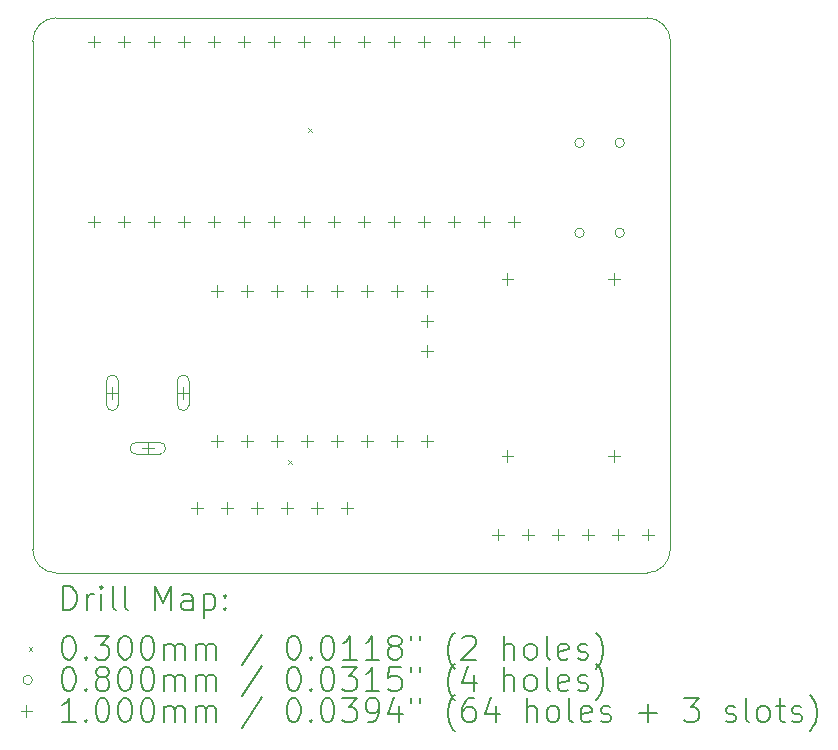
<source format=gbr>
%TF.GenerationSoftware,KiCad,Pcbnew,8.0.2*%
%TF.CreationDate,2024-05-31T10:43:29+02:00*%
%TF.ProjectId,LTS_Spooler,4c54535f-5370-46f6-9f6c-65722e6b6963,rev?*%
%TF.SameCoordinates,Original*%
%TF.FileFunction,Drillmap*%
%TF.FilePolarity,Positive*%
%FSLAX45Y45*%
G04 Gerber Fmt 4.5, Leading zero omitted, Abs format (unit mm)*
G04 Created by KiCad (PCBNEW 8.0.2) date 2024-05-31 10:43:29*
%MOMM*%
%LPD*%
G01*
G04 APERTURE LIST*
%ADD10C,0.050000*%
%ADD11C,0.200000*%
%ADD12C,0.100000*%
G04 APERTURE END LIST*
D10*
X1400000Y-5900000D02*
X1400000Y-1600000D01*
X6600000Y-1400000D02*
G75*
G02*
X6800000Y-1600000I0J-200000D01*
G01*
X6600000Y-6100000D02*
X1600000Y-6100000D01*
X6800000Y-1600000D02*
X6800000Y-5900000D01*
X1600000Y-1400000D02*
X6600000Y-1400000D01*
X6800000Y-5900000D02*
G75*
G02*
X6600000Y-6100000I-200000J0D01*
G01*
X1400000Y-1600000D02*
G75*
G02*
X1600000Y-1400000I200000J0D01*
G01*
X1600000Y-6100000D02*
G75*
G02*
X1400000Y-5900000I0J200000D01*
G01*
D11*
D12*
X3563320Y-5144470D02*
X3593320Y-5174470D01*
X3593320Y-5144470D02*
X3563320Y-5174470D01*
X3734220Y-2337050D02*
X3764220Y-2367050D01*
X3764220Y-2337050D02*
X3734220Y-2367050D01*
X6070000Y-2458000D02*
G75*
G02*
X5990000Y-2458000I-40000J0D01*
G01*
X5990000Y-2458000D02*
G75*
G02*
X6070000Y-2458000I40000J0D01*
G01*
X6070000Y-3220000D02*
G75*
G02*
X5990000Y-3220000I-40000J0D01*
G01*
X5990000Y-3220000D02*
G75*
G02*
X6070000Y-3220000I40000J0D01*
G01*
X6410000Y-2458000D02*
G75*
G02*
X6330000Y-2458000I-40000J0D01*
G01*
X6330000Y-2458000D02*
G75*
G02*
X6410000Y-2458000I40000J0D01*
G01*
X6410000Y-3220000D02*
G75*
G02*
X6330000Y-3220000I-40000J0D01*
G01*
X6330000Y-3220000D02*
G75*
G02*
X6410000Y-3220000I40000J0D01*
G01*
X1917000Y-1551000D02*
X1917000Y-1651000D01*
X1867000Y-1601000D02*
X1967000Y-1601000D01*
X1917000Y-3075000D02*
X1917000Y-3175000D01*
X1867000Y-3125000D02*
X1967000Y-3125000D01*
X2075000Y-4525000D02*
X2075000Y-4625000D01*
X2025000Y-4575000D02*
X2125000Y-4575000D01*
X2025000Y-4475000D02*
X2025000Y-4675000D01*
X2125000Y-4675000D02*
G75*
G02*
X2025000Y-4675000I-50000J0D01*
G01*
X2125000Y-4675000D02*
X2125000Y-4475000D01*
X2125000Y-4475000D02*
G75*
G03*
X2025000Y-4475000I-50000J0D01*
G01*
X2171000Y-1551000D02*
X2171000Y-1651000D01*
X2121000Y-1601000D02*
X2221000Y-1601000D01*
X2171000Y-3075000D02*
X2171000Y-3175000D01*
X2121000Y-3125000D02*
X2221000Y-3125000D01*
X2375000Y-4995000D02*
X2375000Y-5095000D01*
X2325000Y-5045000D02*
X2425000Y-5045000D01*
X2275000Y-5095000D02*
X2475000Y-5095000D01*
X2475000Y-4995000D02*
G75*
G02*
X2475000Y-5095000I0J-50000D01*
G01*
X2475000Y-4995000D02*
X2275000Y-4995000D01*
X2275000Y-4995000D02*
G75*
G03*
X2275000Y-5095000I0J-50000D01*
G01*
X2425000Y-1551000D02*
X2425000Y-1651000D01*
X2375000Y-1601000D02*
X2475000Y-1601000D01*
X2425000Y-3075000D02*
X2425000Y-3175000D01*
X2375000Y-3125000D02*
X2475000Y-3125000D01*
X2675000Y-4525000D02*
X2675000Y-4625000D01*
X2625000Y-4575000D02*
X2725000Y-4575000D01*
X2625000Y-4475000D02*
X2625000Y-4675000D01*
X2725000Y-4675000D02*
G75*
G02*
X2625000Y-4675000I-50000J0D01*
G01*
X2725000Y-4675000D02*
X2725000Y-4475000D01*
X2725000Y-4475000D02*
G75*
G03*
X2625000Y-4475000I-50000J0D01*
G01*
X2679000Y-1551000D02*
X2679000Y-1651000D01*
X2629000Y-1601000D02*
X2729000Y-1601000D01*
X2679000Y-3075000D02*
X2679000Y-3175000D01*
X2629000Y-3125000D02*
X2729000Y-3125000D01*
X2790000Y-5500000D02*
X2790000Y-5600000D01*
X2740000Y-5550000D02*
X2840000Y-5550000D01*
X2933000Y-1551000D02*
X2933000Y-1651000D01*
X2883000Y-1601000D02*
X2983000Y-1601000D01*
X2933000Y-3075000D02*
X2933000Y-3175000D01*
X2883000Y-3125000D02*
X2983000Y-3125000D01*
X2961000Y-3665000D02*
X2961000Y-3765000D01*
X2911000Y-3715000D02*
X3011000Y-3715000D01*
X2961000Y-4935000D02*
X2961000Y-5035000D01*
X2911000Y-4985000D02*
X3011000Y-4985000D01*
X3044000Y-5500000D02*
X3044000Y-5600000D01*
X2994000Y-5550000D02*
X3094000Y-5550000D01*
X3187000Y-1551000D02*
X3187000Y-1651000D01*
X3137000Y-1601000D02*
X3237000Y-1601000D01*
X3187000Y-3075000D02*
X3187000Y-3175000D01*
X3137000Y-3125000D02*
X3237000Y-3125000D01*
X3215000Y-3665000D02*
X3215000Y-3765000D01*
X3165000Y-3715000D02*
X3265000Y-3715000D01*
X3215000Y-4935000D02*
X3215000Y-5035000D01*
X3165000Y-4985000D02*
X3265000Y-4985000D01*
X3298000Y-5500000D02*
X3298000Y-5600000D01*
X3248000Y-5550000D02*
X3348000Y-5550000D01*
X3441000Y-1551000D02*
X3441000Y-1651000D01*
X3391000Y-1601000D02*
X3491000Y-1601000D01*
X3441000Y-3075000D02*
X3441000Y-3175000D01*
X3391000Y-3125000D02*
X3491000Y-3125000D01*
X3469000Y-3665000D02*
X3469000Y-3765000D01*
X3419000Y-3715000D02*
X3519000Y-3715000D01*
X3469000Y-4935000D02*
X3469000Y-5035000D01*
X3419000Y-4985000D02*
X3519000Y-4985000D01*
X3552000Y-5500000D02*
X3552000Y-5600000D01*
X3502000Y-5550000D02*
X3602000Y-5550000D01*
X3695000Y-1551000D02*
X3695000Y-1651000D01*
X3645000Y-1601000D02*
X3745000Y-1601000D01*
X3695000Y-3075000D02*
X3695000Y-3175000D01*
X3645000Y-3125000D02*
X3745000Y-3125000D01*
X3723000Y-3665000D02*
X3723000Y-3765000D01*
X3673000Y-3715000D02*
X3773000Y-3715000D01*
X3723000Y-4935000D02*
X3723000Y-5035000D01*
X3673000Y-4985000D02*
X3773000Y-4985000D01*
X3806000Y-5500000D02*
X3806000Y-5600000D01*
X3756000Y-5550000D02*
X3856000Y-5550000D01*
X3949000Y-1551000D02*
X3949000Y-1651000D01*
X3899000Y-1601000D02*
X3999000Y-1601000D01*
X3949000Y-3075000D02*
X3949000Y-3175000D01*
X3899000Y-3125000D02*
X3999000Y-3125000D01*
X3977000Y-3665000D02*
X3977000Y-3765000D01*
X3927000Y-3715000D02*
X4027000Y-3715000D01*
X3977000Y-4935000D02*
X3977000Y-5035000D01*
X3927000Y-4985000D02*
X4027000Y-4985000D01*
X4060000Y-5500000D02*
X4060000Y-5600000D01*
X4010000Y-5550000D02*
X4110000Y-5550000D01*
X4203000Y-1551000D02*
X4203000Y-1651000D01*
X4153000Y-1601000D02*
X4253000Y-1601000D01*
X4203000Y-3075000D02*
X4203000Y-3175000D01*
X4153000Y-3125000D02*
X4253000Y-3125000D01*
X4231000Y-3665000D02*
X4231000Y-3765000D01*
X4181000Y-3715000D02*
X4281000Y-3715000D01*
X4231000Y-4935000D02*
X4231000Y-5035000D01*
X4181000Y-4985000D02*
X4281000Y-4985000D01*
X4457000Y-1551000D02*
X4457000Y-1651000D01*
X4407000Y-1601000D02*
X4507000Y-1601000D01*
X4457000Y-3075000D02*
X4457000Y-3175000D01*
X4407000Y-3125000D02*
X4507000Y-3125000D01*
X4485000Y-3665000D02*
X4485000Y-3765000D01*
X4435000Y-3715000D02*
X4535000Y-3715000D01*
X4485000Y-4935000D02*
X4485000Y-5035000D01*
X4435000Y-4985000D02*
X4535000Y-4985000D01*
X4711000Y-1551000D02*
X4711000Y-1651000D01*
X4661000Y-1601000D02*
X4761000Y-1601000D01*
X4711000Y-3075000D02*
X4711000Y-3175000D01*
X4661000Y-3125000D02*
X4761000Y-3125000D01*
X4739000Y-3665000D02*
X4739000Y-3765000D01*
X4689000Y-3715000D02*
X4789000Y-3715000D01*
X4739000Y-3919000D02*
X4739000Y-4019000D01*
X4689000Y-3969000D02*
X4789000Y-3969000D01*
X4739000Y-4173000D02*
X4739000Y-4273000D01*
X4689000Y-4223000D02*
X4789000Y-4223000D01*
X4739000Y-4935000D02*
X4739000Y-5035000D01*
X4689000Y-4985000D02*
X4789000Y-4985000D01*
X4965000Y-1551000D02*
X4965000Y-1651000D01*
X4915000Y-1601000D02*
X5015000Y-1601000D01*
X4965000Y-3075000D02*
X4965000Y-3175000D01*
X4915000Y-3125000D02*
X5015000Y-3125000D01*
X5219000Y-1551000D02*
X5219000Y-1651000D01*
X5169000Y-1601000D02*
X5269000Y-1601000D01*
X5219000Y-3075000D02*
X5219000Y-3175000D01*
X5169000Y-3125000D02*
X5269000Y-3125000D01*
X5340000Y-5725000D02*
X5340000Y-5825000D01*
X5290000Y-5775000D02*
X5390000Y-5775000D01*
X5420000Y-3560000D02*
X5420000Y-3660000D01*
X5370000Y-3610000D02*
X5470000Y-3610000D01*
X5420000Y-5060000D02*
X5420000Y-5160000D01*
X5370000Y-5110000D02*
X5470000Y-5110000D01*
X5473000Y-1551000D02*
X5473000Y-1651000D01*
X5423000Y-1601000D02*
X5523000Y-1601000D01*
X5473000Y-3075000D02*
X5473000Y-3175000D01*
X5423000Y-3125000D02*
X5523000Y-3125000D01*
X5594000Y-5725000D02*
X5594000Y-5825000D01*
X5544000Y-5775000D02*
X5644000Y-5775000D01*
X5848000Y-5725000D02*
X5848000Y-5825000D01*
X5798000Y-5775000D02*
X5898000Y-5775000D01*
X6102000Y-5725000D02*
X6102000Y-5825000D01*
X6052000Y-5775000D02*
X6152000Y-5775000D01*
X6320000Y-3560000D02*
X6320000Y-3660000D01*
X6270000Y-3610000D02*
X6370000Y-3610000D01*
X6320000Y-5060000D02*
X6320000Y-5160000D01*
X6270000Y-5110000D02*
X6370000Y-5110000D01*
X6356000Y-5725000D02*
X6356000Y-5825000D01*
X6306000Y-5775000D02*
X6406000Y-5775000D01*
X6610000Y-5725000D02*
X6610000Y-5825000D01*
X6560000Y-5775000D02*
X6660000Y-5775000D01*
D11*
X1658277Y-6413984D02*
X1658277Y-6213984D01*
X1658277Y-6213984D02*
X1705896Y-6213984D01*
X1705896Y-6213984D02*
X1734467Y-6223508D01*
X1734467Y-6223508D02*
X1753515Y-6242555D01*
X1753515Y-6242555D02*
X1763039Y-6261603D01*
X1763039Y-6261603D02*
X1772562Y-6299698D01*
X1772562Y-6299698D02*
X1772562Y-6328269D01*
X1772562Y-6328269D02*
X1763039Y-6366365D01*
X1763039Y-6366365D02*
X1753515Y-6385412D01*
X1753515Y-6385412D02*
X1734467Y-6404460D01*
X1734467Y-6404460D02*
X1705896Y-6413984D01*
X1705896Y-6413984D02*
X1658277Y-6413984D01*
X1858277Y-6413984D02*
X1858277Y-6280650D01*
X1858277Y-6318746D02*
X1867801Y-6299698D01*
X1867801Y-6299698D02*
X1877324Y-6290174D01*
X1877324Y-6290174D02*
X1896372Y-6280650D01*
X1896372Y-6280650D02*
X1915420Y-6280650D01*
X1982086Y-6413984D02*
X1982086Y-6280650D01*
X1982086Y-6213984D02*
X1972562Y-6223508D01*
X1972562Y-6223508D02*
X1982086Y-6233031D01*
X1982086Y-6233031D02*
X1991610Y-6223508D01*
X1991610Y-6223508D02*
X1982086Y-6213984D01*
X1982086Y-6213984D02*
X1982086Y-6233031D01*
X2105896Y-6413984D02*
X2086848Y-6404460D01*
X2086848Y-6404460D02*
X2077324Y-6385412D01*
X2077324Y-6385412D02*
X2077324Y-6213984D01*
X2210658Y-6413984D02*
X2191610Y-6404460D01*
X2191610Y-6404460D02*
X2182086Y-6385412D01*
X2182086Y-6385412D02*
X2182086Y-6213984D01*
X2439229Y-6413984D02*
X2439229Y-6213984D01*
X2439229Y-6213984D02*
X2505896Y-6356841D01*
X2505896Y-6356841D02*
X2572563Y-6213984D01*
X2572563Y-6213984D02*
X2572563Y-6413984D01*
X2753515Y-6413984D02*
X2753515Y-6309222D01*
X2753515Y-6309222D02*
X2743991Y-6290174D01*
X2743991Y-6290174D02*
X2724944Y-6280650D01*
X2724944Y-6280650D02*
X2686848Y-6280650D01*
X2686848Y-6280650D02*
X2667801Y-6290174D01*
X2753515Y-6404460D02*
X2734467Y-6413984D01*
X2734467Y-6413984D02*
X2686848Y-6413984D01*
X2686848Y-6413984D02*
X2667801Y-6404460D01*
X2667801Y-6404460D02*
X2658277Y-6385412D01*
X2658277Y-6385412D02*
X2658277Y-6366365D01*
X2658277Y-6366365D02*
X2667801Y-6347317D01*
X2667801Y-6347317D02*
X2686848Y-6337793D01*
X2686848Y-6337793D02*
X2734467Y-6337793D01*
X2734467Y-6337793D02*
X2753515Y-6328269D01*
X2848753Y-6280650D02*
X2848753Y-6480650D01*
X2848753Y-6290174D02*
X2867801Y-6280650D01*
X2867801Y-6280650D02*
X2905896Y-6280650D01*
X2905896Y-6280650D02*
X2924943Y-6290174D01*
X2924943Y-6290174D02*
X2934467Y-6299698D01*
X2934467Y-6299698D02*
X2943991Y-6318746D01*
X2943991Y-6318746D02*
X2943991Y-6375888D01*
X2943991Y-6375888D02*
X2934467Y-6394936D01*
X2934467Y-6394936D02*
X2924943Y-6404460D01*
X2924943Y-6404460D02*
X2905896Y-6413984D01*
X2905896Y-6413984D02*
X2867801Y-6413984D01*
X2867801Y-6413984D02*
X2848753Y-6404460D01*
X3029705Y-6394936D02*
X3039229Y-6404460D01*
X3039229Y-6404460D02*
X3029705Y-6413984D01*
X3029705Y-6413984D02*
X3020182Y-6404460D01*
X3020182Y-6404460D02*
X3029705Y-6394936D01*
X3029705Y-6394936D02*
X3029705Y-6413984D01*
X3029705Y-6290174D02*
X3039229Y-6299698D01*
X3039229Y-6299698D02*
X3029705Y-6309222D01*
X3029705Y-6309222D02*
X3020182Y-6299698D01*
X3020182Y-6299698D02*
X3029705Y-6290174D01*
X3029705Y-6290174D02*
X3029705Y-6309222D01*
D12*
X1367500Y-6727500D02*
X1397500Y-6757500D01*
X1397500Y-6727500D02*
X1367500Y-6757500D01*
D11*
X1696372Y-6633984D02*
X1715420Y-6633984D01*
X1715420Y-6633984D02*
X1734467Y-6643508D01*
X1734467Y-6643508D02*
X1743991Y-6653031D01*
X1743991Y-6653031D02*
X1753515Y-6672079D01*
X1753515Y-6672079D02*
X1763039Y-6710174D01*
X1763039Y-6710174D02*
X1763039Y-6757793D01*
X1763039Y-6757793D02*
X1753515Y-6795888D01*
X1753515Y-6795888D02*
X1743991Y-6814936D01*
X1743991Y-6814936D02*
X1734467Y-6824460D01*
X1734467Y-6824460D02*
X1715420Y-6833984D01*
X1715420Y-6833984D02*
X1696372Y-6833984D01*
X1696372Y-6833984D02*
X1677324Y-6824460D01*
X1677324Y-6824460D02*
X1667801Y-6814936D01*
X1667801Y-6814936D02*
X1658277Y-6795888D01*
X1658277Y-6795888D02*
X1648753Y-6757793D01*
X1648753Y-6757793D02*
X1648753Y-6710174D01*
X1648753Y-6710174D02*
X1658277Y-6672079D01*
X1658277Y-6672079D02*
X1667801Y-6653031D01*
X1667801Y-6653031D02*
X1677324Y-6643508D01*
X1677324Y-6643508D02*
X1696372Y-6633984D01*
X1848753Y-6814936D02*
X1858277Y-6824460D01*
X1858277Y-6824460D02*
X1848753Y-6833984D01*
X1848753Y-6833984D02*
X1839229Y-6824460D01*
X1839229Y-6824460D02*
X1848753Y-6814936D01*
X1848753Y-6814936D02*
X1848753Y-6833984D01*
X1924943Y-6633984D02*
X2048753Y-6633984D01*
X2048753Y-6633984D02*
X1982086Y-6710174D01*
X1982086Y-6710174D02*
X2010658Y-6710174D01*
X2010658Y-6710174D02*
X2029705Y-6719698D01*
X2029705Y-6719698D02*
X2039229Y-6729222D01*
X2039229Y-6729222D02*
X2048753Y-6748269D01*
X2048753Y-6748269D02*
X2048753Y-6795888D01*
X2048753Y-6795888D02*
X2039229Y-6814936D01*
X2039229Y-6814936D02*
X2029705Y-6824460D01*
X2029705Y-6824460D02*
X2010658Y-6833984D01*
X2010658Y-6833984D02*
X1953515Y-6833984D01*
X1953515Y-6833984D02*
X1934467Y-6824460D01*
X1934467Y-6824460D02*
X1924943Y-6814936D01*
X2172563Y-6633984D02*
X2191610Y-6633984D01*
X2191610Y-6633984D02*
X2210658Y-6643508D01*
X2210658Y-6643508D02*
X2220182Y-6653031D01*
X2220182Y-6653031D02*
X2229705Y-6672079D01*
X2229705Y-6672079D02*
X2239229Y-6710174D01*
X2239229Y-6710174D02*
X2239229Y-6757793D01*
X2239229Y-6757793D02*
X2229705Y-6795888D01*
X2229705Y-6795888D02*
X2220182Y-6814936D01*
X2220182Y-6814936D02*
X2210658Y-6824460D01*
X2210658Y-6824460D02*
X2191610Y-6833984D01*
X2191610Y-6833984D02*
X2172563Y-6833984D01*
X2172563Y-6833984D02*
X2153515Y-6824460D01*
X2153515Y-6824460D02*
X2143991Y-6814936D01*
X2143991Y-6814936D02*
X2134467Y-6795888D01*
X2134467Y-6795888D02*
X2124944Y-6757793D01*
X2124944Y-6757793D02*
X2124944Y-6710174D01*
X2124944Y-6710174D02*
X2134467Y-6672079D01*
X2134467Y-6672079D02*
X2143991Y-6653031D01*
X2143991Y-6653031D02*
X2153515Y-6643508D01*
X2153515Y-6643508D02*
X2172563Y-6633984D01*
X2363039Y-6633984D02*
X2382086Y-6633984D01*
X2382086Y-6633984D02*
X2401134Y-6643508D01*
X2401134Y-6643508D02*
X2410658Y-6653031D01*
X2410658Y-6653031D02*
X2420182Y-6672079D01*
X2420182Y-6672079D02*
X2429705Y-6710174D01*
X2429705Y-6710174D02*
X2429705Y-6757793D01*
X2429705Y-6757793D02*
X2420182Y-6795888D01*
X2420182Y-6795888D02*
X2410658Y-6814936D01*
X2410658Y-6814936D02*
X2401134Y-6824460D01*
X2401134Y-6824460D02*
X2382086Y-6833984D01*
X2382086Y-6833984D02*
X2363039Y-6833984D01*
X2363039Y-6833984D02*
X2343991Y-6824460D01*
X2343991Y-6824460D02*
X2334467Y-6814936D01*
X2334467Y-6814936D02*
X2324944Y-6795888D01*
X2324944Y-6795888D02*
X2315420Y-6757793D01*
X2315420Y-6757793D02*
X2315420Y-6710174D01*
X2315420Y-6710174D02*
X2324944Y-6672079D01*
X2324944Y-6672079D02*
X2334467Y-6653031D01*
X2334467Y-6653031D02*
X2343991Y-6643508D01*
X2343991Y-6643508D02*
X2363039Y-6633984D01*
X2515420Y-6833984D02*
X2515420Y-6700650D01*
X2515420Y-6719698D02*
X2524944Y-6710174D01*
X2524944Y-6710174D02*
X2543991Y-6700650D01*
X2543991Y-6700650D02*
X2572563Y-6700650D01*
X2572563Y-6700650D02*
X2591610Y-6710174D01*
X2591610Y-6710174D02*
X2601134Y-6729222D01*
X2601134Y-6729222D02*
X2601134Y-6833984D01*
X2601134Y-6729222D02*
X2610658Y-6710174D01*
X2610658Y-6710174D02*
X2629705Y-6700650D01*
X2629705Y-6700650D02*
X2658277Y-6700650D01*
X2658277Y-6700650D02*
X2677325Y-6710174D01*
X2677325Y-6710174D02*
X2686848Y-6729222D01*
X2686848Y-6729222D02*
X2686848Y-6833984D01*
X2782086Y-6833984D02*
X2782086Y-6700650D01*
X2782086Y-6719698D02*
X2791610Y-6710174D01*
X2791610Y-6710174D02*
X2810658Y-6700650D01*
X2810658Y-6700650D02*
X2839229Y-6700650D01*
X2839229Y-6700650D02*
X2858277Y-6710174D01*
X2858277Y-6710174D02*
X2867801Y-6729222D01*
X2867801Y-6729222D02*
X2867801Y-6833984D01*
X2867801Y-6729222D02*
X2877324Y-6710174D01*
X2877324Y-6710174D02*
X2896372Y-6700650D01*
X2896372Y-6700650D02*
X2924943Y-6700650D01*
X2924943Y-6700650D02*
X2943991Y-6710174D01*
X2943991Y-6710174D02*
X2953515Y-6729222D01*
X2953515Y-6729222D02*
X2953515Y-6833984D01*
X3343991Y-6624460D02*
X3172563Y-6881603D01*
X3601134Y-6633984D02*
X3620182Y-6633984D01*
X3620182Y-6633984D02*
X3639229Y-6643508D01*
X3639229Y-6643508D02*
X3648753Y-6653031D01*
X3648753Y-6653031D02*
X3658277Y-6672079D01*
X3658277Y-6672079D02*
X3667801Y-6710174D01*
X3667801Y-6710174D02*
X3667801Y-6757793D01*
X3667801Y-6757793D02*
X3658277Y-6795888D01*
X3658277Y-6795888D02*
X3648753Y-6814936D01*
X3648753Y-6814936D02*
X3639229Y-6824460D01*
X3639229Y-6824460D02*
X3620182Y-6833984D01*
X3620182Y-6833984D02*
X3601134Y-6833984D01*
X3601134Y-6833984D02*
X3582086Y-6824460D01*
X3582086Y-6824460D02*
X3572563Y-6814936D01*
X3572563Y-6814936D02*
X3563039Y-6795888D01*
X3563039Y-6795888D02*
X3553515Y-6757793D01*
X3553515Y-6757793D02*
X3553515Y-6710174D01*
X3553515Y-6710174D02*
X3563039Y-6672079D01*
X3563039Y-6672079D02*
X3572563Y-6653031D01*
X3572563Y-6653031D02*
X3582086Y-6643508D01*
X3582086Y-6643508D02*
X3601134Y-6633984D01*
X3753515Y-6814936D02*
X3763039Y-6824460D01*
X3763039Y-6824460D02*
X3753515Y-6833984D01*
X3753515Y-6833984D02*
X3743991Y-6824460D01*
X3743991Y-6824460D02*
X3753515Y-6814936D01*
X3753515Y-6814936D02*
X3753515Y-6833984D01*
X3886848Y-6633984D02*
X3905896Y-6633984D01*
X3905896Y-6633984D02*
X3924944Y-6643508D01*
X3924944Y-6643508D02*
X3934467Y-6653031D01*
X3934467Y-6653031D02*
X3943991Y-6672079D01*
X3943991Y-6672079D02*
X3953515Y-6710174D01*
X3953515Y-6710174D02*
X3953515Y-6757793D01*
X3953515Y-6757793D02*
X3943991Y-6795888D01*
X3943991Y-6795888D02*
X3934467Y-6814936D01*
X3934467Y-6814936D02*
X3924944Y-6824460D01*
X3924944Y-6824460D02*
X3905896Y-6833984D01*
X3905896Y-6833984D02*
X3886848Y-6833984D01*
X3886848Y-6833984D02*
X3867801Y-6824460D01*
X3867801Y-6824460D02*
X3858277Y-6814936D01*
X3858277Y-6814936D02*
X3848753Y-6795888D01*
X3848753Y-6795888D02*
X3839229Y-6757793D01*
X3839229Y-6757793D02*
X3839229Y-6710174D01*
X3839229Y-6710174D02*
X3848753Y-6672079D01*
X3848753Y-6672079D02*
X3858277Y-6653031D01*
X3858277Y-6653031D02*
X3867801Y-6643508D01*
X3867801Y-6643508D02*
X3886848Y-6633984D01*
X4143991Y-6833984D02*
X4029706Y-6833984D01*
X4086848Y-6833984D02*
X4086848Y-6633984D01*
X4086848Y-6633984D02*
X4067801Y-6662555D01*
X4067801Y-6662555D02*
X4048753Y-6681603D01*
X4048753Y-6681603D02*
X4029706Y-6691127D01*
X4334468Y-6833984D02*
X4220182Y-6833984D01*
X4277325Y-6833984D02*
X4277325Y-6633984D01*
X4277325Y-6633984D02*
X4258277Y-6662555D01*
X4258277Y-6662555D02*
X4239229Y-6681603D01*
X4239229Y-6681603D02*
X4220182Y-6691127D01*
X4448753Y-6719698D02*
X4429706Y-6710174D01*
X4429706Y-6710174D02*
X4420182Y-6700650D01*
X4420182Y-6700650D02*
X4410658Y-6681603D01*
X4410658Y-6681603D02*
X4410658Y-6672079D01*
X4410658Y-6672079D02*
X4420182Y-6653031D01*
X4420182Y-6653031D02*
X4429706Y-6643508D01*
X4429706Y-6643508D02*
X4448753Y-6633984D01*
X4448753Y-6633984D02*
X4486849Y-6633984D01*
X4486849Y-6633984D02*
X4505896Y-6643508D01*
X4505896Y-6643508D02*
X4515420Y-6653031D01*
X4515420Y-6653031D02*
X4524944Y-6672079D01*
X4524944Y-6672079D02*
X4524944Y-6681603D01*
X4524944Y-6681603D02*
X4515420Y-6700650D01*
X4515420Y-6700650D02*
X4505896Y-6710174D01*
X4505896Y-6710174D02*
X4486849Y-6719698D01*
X4486849Y-6719698D02*
X4448753Y-6719698D01*
X4448753Y-6719698D02*
X4429706Y-6729222D01*
X4429706Y-6729222D02*
X4420182Y-6738746D01*
X4420182Y-6738746D02*
X4410658Y-6757793D01*
X4410658Y-6757793D02*
X4410658Y-6795888D01*
X4410658Y-6795888D02*
X4420182Y-6814936D01*
X4420182Y-6814936D02*
X4429706Y-6824460D01*
X4429706Y-6824460D02*
X4448753Y-6833984D01*
X4448753Y-6833984D02*
X4486849Y-6833984D01*
X4486849Y-6833984D02*
X4505896Y-6824460D01*
X4505896Y-6824460D02*
X4515420Y-6814936D01*
X4515420Y-6814936D02*
X4524944Y-6795888D01*
X4524944Y-6795888D02*
X4524944Y-6757793D01*
X4524944Y-6757793D02*
X4515420Y-6738746D01*
X4515420Y-6738746D02*
X4505896Y-6729222D01*
X4505896Y-6729222D02*
X4486849Y-6719698D01*
X4601134Y-6633984D02*
X4601134Y-6672079D01*
X4677325Y-6633984D02*
X4677325Y-6672079D01*
X4972563Y-6910174D02*
X4963039Y-6900650D01*
X4963039Y-6900650D02*
X4943991Y-6872079D01*
X4943991Y-6872079D02*
X4934468Y-6853031D01*
X4934468Y-6853031D02*
X4924944Y-6824460D01*
X4924944Y-6824460D02*
X4915420Y-6776841D01*
X4915420Y-6776841D02*
X4915420Y-6738746D01*
X4915420Y-6738746D02*
X4924944Y-6691127D01*
X4924944Y-6691127D02*
X4934468Y-6662555D01*
X4934468Y-6662555D02*
X4943991Y-6643508D01*
X4943991Y-6643508D02*
X4963039Y-6614936D01*
X4963039Y-6614936D02*
X4972563Y-6605412D01*
X5039230Y-6653031D02*
X5048753Y-6643508D01*
X5048753Y-6643508D02*
X5067801Y-6633984D01*
X5067801Y-6633984D02*
X5115420Y-6633984D01*
X5115420Y-6633984D02*
X5134468Y-6643508D01*
X5134468Y-6643508D02*
X5143991Y-6653031D01*
X5143991Y-6653031D02*
X5153515Y-6672079D01*
X5153515Y-6672079D02*
X5153515Y-6691127D01*
X5153515Y-6691127D02*
X5143991Y-6719698D01*
X5143991Y-6719698D02*
X5029706Y-6833984D01*
X5029706Y-6833984D02*
X5153515Y-6833984D01*
X5391611Y-6833984D02*
X5391611Y-6633984D01*
X5477325Y-6833984D02*
X5477325Y-6729222D01*
X5477325Y-6729222D02*
X5467801Y-6710174D01*
X5467801Y-6710174D02*
X5448753Y-6700650D01*
X5448753Y-6700650D02*
X5420182Y-6700650D01*
X5420182Y-6700650D02*
X5401134Y-6710174D01*
X5401134Y-6710174D02*
X5391611Y-6719698D01*
X5601134Y-6833984D02*
X5582087Y-6824460D01*
X5582087Y-6824460D02*
X5572563Y-6814936D01*
X5572563Y-6814936D02*
X5563039Y-6795888D01*
X5563039Y-6795888D02*
X5563039Y-6738746D01*
X5563039Y-6738746D02*
X5572563Y-6719698D01*
X5572563Y-6719698D02*
X5582087Y-6710174D01*
X5582087Y-6710174D02*
X5601134Y-6700650D01*
X5601134Y-6700650D02*
X5629706Y-6700650D01*
X5629706Y-6700650D02*
X5648753Y-6710174D01*
X5648753Y-6710174D02*
X5658277Y-6719698D01*
X5658277Y-6719698D02*
X5667801Y-6738746D01*
X5667801Y-6738746D02*
X5667801Y-6795888D01*
X5667801Y-6795888D02*
X5658277Y-6814936D01*
X5658277Y-6814936D02*
X5648753Y-6824460D01*
X5648753Y-6824460D02*
X5629706Y-6833984D01*
X5629706Y-6833984D02*
X5601134Y-6833984D01*
X5782087Y-6833984D02*
X5763039Y-6824460D01*
X5763039Y-6824460D02*
X5753515Y-6805412D01*
X5753515Y-6805412D02*
X5753515Y-6633984D01*
X5934468Y-6824460D02*
X5915420Y-6833984D01*
X5915420Y-6833984D02*
X5877325Y-6833984D01*
X5877325Y-6833984D02*
X5858277Y-6824460D01*
X5858277Y-6824460D02*
X5848753Y-6805412D01*
X5848753Y-6805412D02*
X5848753Y-6729222D01*
X5848753Y-6729222D02*
X5858277Y-6710174D01*
X5858277Y-6710174D02*
X5877325Y-6700650D01*
X5877325Y-6700650D02*
X5915420Y-6700650D01*
X5915420Y-6700650D02*
X5934468Y-6710174D01*
X5934468Y-6710174D02*
X5943991Y-6729222D01*
X5943991Y-6729222D02*
X5943991Y-6748269D01*
X5943991Y-6748269D02*
X5848753Y-6767317D01*
X6020182Y-6824460D02*
X6039230Y-6833984D01*
X6039230Y-6833984D02*
X6077325Y-6833984D01*
X6077325Y-6833984D02*
X6096372Y-6824460D01*
X6096372Y-6824460D02*
X6105896Y-6805412D01*
X6105896Y-6805412D02*
X6105896Y-6795888D01*
X6105896Y-6795888D02*
X6096372Y-6776841D01*
X6096372Y-6776841D02*
X6077325Y-6767317D01*
X6077325Y-6767317D02*
X6048753Y-6767317D01*
X6048753Y-6767317D02*
X6029706Y-6757793D01*
X6029706Y-6757793D02*
X6020182Y-6738746D01*
X6020182Y-6738746D02*
X6020182Y-6729222D01*
X6020182Y-6729222D02*
X6029706Y-6710174D01*
X6029706Y-6710174D02*
X6048753Y-6700650D01*
X6048753Y-6700650D02*
X6077325Y-6700650D01*
X6077325Y-6700650D02*
X6096372Y-6710174D01*
X6172563Y-6910174D02*
X6182087Y-6900650D01*
X6182087Y-6900650D02*
X6201134Y-6872079D01*
X6201134Y-6872079D02*
X6210658Y-6853031D01*
X6210658Y-6853031D02*
X6220182Y-6824460D01*
X6220182Y-6824460D02*
X6229706Y-6776841D01*
X6229706Y-6776841D02*
X6229706Y-6738746D01*
X6229706Y-6738746D02*
X6220182Y-6691127D01*
X6220182Y-6691127D02*
X6210658Y-6662555D01*
X6210658Y-6662555D02*
X6201134Y-6643508D01*
X6201134Y-6643508D02*
X6182087Y-6614936D01*
X6182087Y-6614936D02*
X6172563Y-6605412D01*
D12*
X1397500Y-7006500D02*
G75*
G02*
X1317500Y-7006500I-40000J0D01*
G01*
X1317500Y-7006500D02*
G75*
G02*
X1397500Y-7006500I40000J0D01*
G01*
D11*
X1696372Y-6897984D02*
X1715420Y-6897984D01*
X1715420Y-6897984D02*
X1734467Y-6907508D01*
X1734467Y-6907508D02*
X1743991Y-6917031D01*
X1743991Y-6917031D02*
X1753515Y-6936079D01*
X1753515Y-6936079D02*
X1763039Y-6974174D01*
X1763039Y-6974174D02*
X1763039Y-7021793D01*
X1763039Y-7021793D02*
X1753515Y-7059888D01*
X1753515Y-7059888D02*
X1743991Y-7078936D01*
X1743991Y-7078936D02*
X1734467Y-7088460D01*
X1734467Y-7088460D02*
X1715420Y-7097984D01*
X1715420Y-7097984D02*
X1696372Y-7097984D01*
X1696372Y-7097984D02*
X1677324Y-7088460D01*
X1677324Y-7088460D02*
X1667801Y-7078936D01*
X1667801Y-7078936D02*
X1658277Y-7059888D01*
X1658277Y-7059888D02*
X1648753Y-7021793D01*
X1648753Y-7021793D02*
X1648753Y-6974174D01*
X1648753Y-6974174D02*
X1658277Y-6936079D01*
X1658277Y-6936079D02*
X1667801Y-6917031D01*
X1667801Y-6917031D02*
X1677324Y-6907508D01*
X1677324Y-6907508D02*
X1696372Y-6897984D01*
X1848753Y-7078936D02*
X1858277Y-7088460D01*
X1858277Y-7088460D02*
X1848753Y-7097984D01*
X1848753Y-7097984D02*
X1839229Y-7088460D01*
X1839229Y-7088460D02*
X1848753Y-7078936D01*
X1848753Y-7078936D02*
X1848753Y-7097984D01*
X1972562Y-6983698D02*
X1953515Y-6974174D01*
X1953515Y-6974174D02*
X1943991Y-6964650D01*
X1943991Y-6964650D02*
X1934467Y-6945603D01*
X1934467Y-6945603D02*
X1934467Y-6936079D01*
X1934467Y-6936079D02*
X1943991Y-6917031D01*
X1943991Y-6917031D02*
X1953515Y-6907508D01*
X1953515Y-6907508D02*
X1972562Y-6897984D01*
X1972562Y-6897984D02*
X2010658Y-6897984D01*
X2010658Y-6897984D02*
X2029705Y-6907508D01*
X2029705Y-6907508D02*
X2039229Y-6917031D01*
X2039229Y-6917031D02*
X2048753Y-6936079D01*
X2048753Y-6936079D02*
X2048753Y-6945603D01*
X2048753Y-6945603D02*
X2039229Y-6964650D01*
X2039229Y-6964650D02*
X2029705Y-6974174D01*
X2029705Y-6974174D02*
X2010658Y-6983698D01*
X2010658Y-6983698D02*
X1972562Y-6983698D01*
X1972562Y-6983698D02*
X1953515Y-6993222D01*
X1953515Y-6993222D02*
X1943991Y-7002746D01*
X1943991Y-7002746D02*
X1934467Y-7021793D01*
X1934467Y-7021793D02*
X1934467Y-7059888D01*
X1934467Y-7059888D02*
X1943991Y-7078936D01*
X1943991Y-7078936D02*
X1953515Y-7088460D01*
X1953515Y-7088460D02*
X1972562Y-7097984D01*
X1972562Y-7097984D02*
X2010658Y-7097984D01*
X2010658Y-7097984D02*
X2029705Y-7088460D01*
X2029705Y-7088460D02*
X2039229Y-7078936D01*
X2039229Y-7078936D02*
X2048753Y-7059888D01*
X2048753Y-7059888D02*
X2048753Y-7021793D01*
X2048753Y-7021793D02*
X2039229Y-7002746D01*
X2039229Y-7002746D02*
X2029705Y-6993222D01*
X2029705Y-6993222D02*
X2010658Y-6983698D01*
X2172563Y-6897984D02*
X2191610Y-6897984D01*
X2191610Y-6897984D02*
X2210658Y-6907508D01*
X2210658Y-6907508D02*
X2220182Y-6917031D01*
X2220182Y-6917031D02*
X2229705Y-6936079D01*
X2229705Y-6936079D02*
X2239229Y-6974174D01*
X2239229Y-6974174D02*
X2239229Y-7021793D01*
X2239229Y-7021793D02*
X2229705Y-7059888D01*
X2229705Y-7059888D02*
X2220182Y-7078936D01*
X2220182Y-7078936D02*
X2210658Y-7088460D01*
X2210658Y-7088460D02*
X2191610Y-7097984D01*
X2191610Y-7097984D02*
X2172563Y-7097984D01*
X2172563Y-7097984D02*
X2153515Y-7088460D01*
X2153515Y-7088460D02*
X2143991Y-7078936D01*
X2143991Y-7078936D02*
X2134467Y-7059888D01*
X2134467Y-7059888D02*
X2124944Y-7021793D01*
X2124944Y-7021793D02*
X2124944Y-6974174D01*
X2124944Y-6974174D02*
X2134467Y-6936079D01*
X2134467Y-6936079D02*
X2143991Y-6917031D01*
X2143991Y-6917031D02*
X2153515Y-6907508D01*
X2153515Y-6907508D02*
X2172563Y-6897984D01*
X2363039Y-6897984D02*
X2382086Y-6897984D01*
X2382086Y-6897984D02*
X2401134Y-6907508D01*
X2401134Y-6907508D02*
X2410658Y-6917031D01*
X2410658Y-6917031D02*
X2420182Y-6936079D01*
X2420182Y-6936079D02*
X2429705Y-6974174D01*
X2429705Y-6974174D02*
X2429705Y-7021793D01*
X2429705Y-7021793D02*
X2420182Y-7059888D01*
X2420182Y-7059888D02*
X2410658Y-7078936D01*
X2410658Y-7078936D02*
X2401134Y-7088460D01*
X2401134Y-7088460D02*
X2382086Y-7097984D01*
X2382086Y-7097984D02*
X2363039Y-7097984D01*
X2363039Y-7097984D02*
X2343991Y-7088460D01*
X2343991Y-7088460D02*
X2334467Y-7078936D01*
X2334467Y-7078936D02*
X2324944Y-7059888D01*
X2324944Y-7059888D02*
X2315420Y-7021793D01*
X2315420Y-7021793D02*
X2315420Y-6974174D01*
X2315420Y-6974174D02*
X2324944Y-6936079D01*
X2324944Y-6936079D02*
X2334467Y-6917031D01*
X2334467Y-6917031D02*
X2343991Y-6907508D01*
X2343991Y-6907508D02*
X2363039Y-6897984D01*
X2515420Y-7097984D02*
X2515420Y-6964650D01*
X2515420Y-6983698D02*
X2524944Y-6974174D01*
X2524944Y-6974174D02*
X2543991Y-6964650D01*
X2543991Y-6964650D02*
X2572563Y-6964650D01*
X2572563Y-6964650D02*
X2591610Y-6974174D01*
X2591610Y-6974174D02*
X2601134Y-6993222D01*
X2601134Y-6993222D02*
X2601134Y-7097984D01*
X2601134Y-6993222D02*
X2610658Y-6974174D01*
X2610658Y-6974174D02*
X2629705Y-6964650D01*
X2629705Y-6964650D02*
X2658277Y-6964650D01*
X2658277Y-6964650D02*
X2677325Y-6974174D01*
X2677325Y-6974174D02*
X2686848Y-6993222D01*
X2686848Y-6993222D02*
X2686848Y-7097984D01*
X2782086Y-7097984D02*
X2782086Y-6964650D01*
X2782086Y-6983698D02*
X2791610Y-6974174D01*
X2791610Y-6974174D02*
X2810658Y-6964650D01*
X2810658Y-6964650D02*
X2839229Y-6964650D01*
X2839229Y-6964650D02*
X2858277Y-6974174D01*
X2858277Y-6974174D02*
X2867801Y-6993222D01*
X2867801Y-6993222D02*
X2867801Y-7097984D01*
X2867801Y-6993222D02*
X2877324Y-6974174D01*
X2877324Y-6974174D02*
X2896372Y-6964650D01*
X2896372Y-6964650D02*
X2924943Y-6964650D01*
X2924943Y-6964650D02*
X2943991Y-6974174D01*
X2943991Y-6974174D02*
X2953515Y-6993222D01*
X2953515Y-6993222D02*
X2953515Y-7097984D01*
X3343991Y-6888460D02*
X3172563Y-7145603D01*
X3601134Y-6897984D02*
X3620182Y-6897984D01*
X3620182Y-6897984D02*
X3639229Y-6907508D01*
X3639229Y-6907508D02*
X3648753Y-6917031D01*
X3648753Y-6917031D02*
X3658277Y-6936079D01*
X3658277Y-6936079D02*
X3667801Y-6974174D01*
X3667801Y-6974174D02*
X3667801Y-7021793D01*
X3667801Y-7021793D02*
X3658277Y-7059888D01*
X3658277Y-7059888D02*
X3648753Y-7078936D01*
X3648753Y-7078936D02*
X3639229Y-7088460D01*
X3639229Y-7088460D02*
X3620182Y-7097984D01*
X3620182Y-7097984D02*
X3601134Y-7097984D01*
X3601134Y-7097984D02*
X3582086Y-7088460D01*
X3582086Y-7088460D02*
X3572563Y-7078936D01*
X3572563Y-7078936D02*
X3563039Y-7059888D01*
X3563039Y-7059888D02*
X3553515Y-7021793D01*
X3553515Y-7021793D02*
X3553515Y-6974174D01*
X3553515Y-6974174D02*
X3563039Y-6936079D01*
X3563039Y-6936079D02*
X3572563Y-6917031D01*
X3572563Y-6917031D02*
X3582086Y-6907508D01*
X3582086Y-6907508D02*
X3601134Y-6897984D01*
X3753515Y-7078936D02*
X3763039Y-7088460D01*
X3763039Y-7088460D02*
X3753515Y-7097984D01*
X3753515Y-7097984D02*
X3743991Y-7088460D01*
X3743991Y-7088460D02*
X3753515Y-7078936D01*
X3753515Y-7078936D02*
X3753515Y-7097984D01*
X3886848Y-6897984D02*
X3905896Y-6897984D01*
X3905896Y-6897984D02*
X3924944Y-6907508D01*
X3924944Y-6907508D02*
X3934467Y-6917031D01*
X3934467Y-6917031D02*
X3943991Y-6936079D01*
X3943991Y-6936079D02*
X3953515Y-6974174D01*
X3953515Y-6974174D02*
X3953515Y-7021793D01*
X3953515Y-7021793D02*
X3943991Y-7059888D01*
X3943991Y-7059888D02*
X3934467Y-7078936D01*
X3934467Y-7078936D02*
X3924944Y-7088460D01*
X3924944Y-7088460D02*
X3905896Y-7097984D01*
X3905896Y-7097984D02*
X3886848Y-7097984D01*
X3886848Y-7097984D02*
X3867801Y-7088460D01*
X3867801Y-7088460D02*
X3858277Y-7078936D01*
X3858277Y-7078936D02*
X3848753Y-7059888D01*
X3848753Y-7059888D02*
X3839229Y-7021793D01*
X3839229Y-7021793D02*
X3839229Y-6974174D01*
X3839229Y-6974174D02*
X3848753Y-6936079D01*
X3848753Y-6936079D02*
X3858277Y-6917031D01*
X3858277Y-6917031D02*
X3867801Y-6907508D01*
X3867801Y-6907508D02*
X3886848Y-6897984D01*
X4020182Y-6897984D02*
X4143991Y-6897984D01*
X4143991Y-6897984D02*
X4077325Y-6974174D01*
X4077325Y-6974174D02*
X4105896Y-6974174D01*
X4105896Y-6974174D02*
X4124944Y-6983698D01*
X4124944Y-6983698D02*
X4134467Y-6993222D01*
X4134467Y-6993222D02*
X4143991Y-7012269D01*
X4143991Y-7012269D02*
X4143991Y-7059888D01*
X4143991Y-7059888D02*
X4134467Y-7078936D01*
X4134467Y-7078936D02*
X4124944Y-7088460D01*
X4124944Y-7088460D02*
X4105896Y-7097984D01*
X4105896Y-7097984D02*
X4048753Y-7097984D01*
X4048753Y-7097984D02*
X4029706Y-7088460D01*
X4029706Y-7088460D02*
X4020182Y-7078936D01*
X4334468Y-7097984D02*
X4220182Y-7097984D01*
X4277325Y-7097984D02*
X4277325Y-6897984D01*
X4277325Y-6897984D02*
X4258277Y-6926555D01*
X4258277Y-6926555D02*
X4239229Y-6945603D01*
X4239229Y-6945603D02*
X4220182Y-6955127D01*
X4515420Y-6897984D02*
X4420182Y-6897984D01*
X4420182Y-6897984D02*
X4410658Y-6993222D01*
X4410658Y-6993222D02*
X4420182Y-6983698D01*
X4420182Y-6983698D02*
X4439229Y-6974174D01*
X4439229Y-6974174D02*
X4486849Y-6974174D01*
X4486849Y-6974174D02*
X4505896Y-6983698D01*
X4505896Y-6983698D02*
X4515420Y-6993222D01*
X4515420Y-6993222D02*
X4524944Y-7012269D01*
X4524944Y-7012269D02*
X4524944Y-7059888D01*
X4524944Y-7059888D02*
X4515420Y-7078936D01*
X4515420Y-7078936D02*
X4505896Y-7088460D01*
X4505896Y-7088460D02*
X4486849Y-7097984D01*
X4486849Y-7097984D02*
X4439229Y-7097984D01*
X4439229Y-7097984D02*
X4420182Y-7088460D01*
X4420182Y-7088460D02*
X4410658Y-7078936D01*
X4601134Y-6897984D02*
X4601134Y-6936079D01*
X4677325Y-6897984D02*
X4677325Y-6936079D01*
X4972563Y-7174174D02*
X4963039Y-7164650D01*
X4963039Y-7164650D02*
X4943991Y-7136079D01*
X4943991Y-7136079D02*
X4934468Y-7117031D01*
X4934468Y-7117031D02*
X4924944Y-7088460D01*
X4924944Y-7088460D02*
X4915420Y-7040841D01*
X4915420Y-7040841D02*
X4915420Y-7002746D01*
X4915420Y-7002746D02*
X4924944Y-6955127D01*
X4924944Y-6955127D02*
X4934468Y-6926555D01*
X4934468Y-6926555D02*
X4943991Y-6907508D01*
X4943991Y-6907508D02*
X4963039Y-6878936D01*
X4963039Y-6878936D02*
X4972563Y-6869412D01*
X5134468Y-6964650D02*
X5134468Y-7097984D01*
X5086849Y-6888460D02*
X5039230Y-7031317D01*
X5039230Y-7031317D02*
X5163039Y-7031317D01*
X5391611Y-7097984D02*
X5391611Y-6897984D01*
X5477325Y-7097984D02*
X5477325Y-6993222D01*
X5477325Y-6993222D02*
X5467801Y-6974174D01*
X5467801Y-6974174D02*
X5448753Y-6964650D01*
X5448753Y-6964650D02*
X5420182Y-6964650D01*
X5420182Y-6964650D02*
X5401134Y-6974174D01*
X5401134Y-6974174D02*
X5391611Y-6983698D01*
X5601134Y-7097984D02*
X5582087Y-7088460D01*
X5582087Y-7088460D02*
X5572563Y-7078936D01*
X5572563Y-7078936D02*
X5563039Y-7059888D01*
X5563039Y-7059888D02*
X5563039Y-7002746D01*
X5563039Y-7002746D02*
X5572563Y-6983698D01*
X5572563Y-6983698D02*
X5582087Y-6974174D01*
X5582087Y-6974174D02*
X5601134Y-6964650D01*
X5601134Y-6964650D02*
X5629706Y-6964650D01*
X5629706Y-6964650D02*
X5648753Y-6974174D01*
X5648753Y-6974174D02*
X5658277Y-6983698D01*
X5658277Y-6983698D02*
X5667801Y-7002746D01*
X5667801Y-7002746D02*
X5667801Y-7059888D01*
X5667801Y-7059888D02*
X5658277Y-7078936D01*
X5658277Y-7078936D02*
X5648753Y-7088460D01*
X5648753Y-7088460D02*
X5629706Y-7097984D01*
X5629706Y-7097984D02*
X5601134Y-7097984D01*
X5782087Y-7097984D02*
X5763039Y-7088460D01*
X5763039Y-7088460D02*
X5753515Y-7069412D01*
X5753515Y-7069412D02*
X5753515Y-6897984D01*
X5934468Y-7088460D02*
X5915420Y-7097984D01*
X5915420Y-7097984D02*
X5877325Y-7097984D01*
X5877325Y-7097984D02*
X5858277Y-7088460D01*
X5858277Y-7088460D02*
X5848753Y-7069412D01*
X5848753Y-7069412D02*
X5848753Y-6993222D01*
X5848753Y-6993222D02*
X5858277Y-6974174D01*
X5858277Y-6974174D02*
X5877325Y-6964650D01*
X5877325Y-6964650D02*
X5915420Y-6964650D01*
X5915420Y-6964650D02*
X5934468Y-6974174D01*
X5934468Y-6974174D02*
X5943991Y-6993222D01*
X5943991Y-6993222D02*
X5943991Y-7012269D01*
X5943991Y-7012269D02*
X5848753Y-7031317D01*
X6020182Y-7088460D02*
X6039230Y-7097984D01*
X6039230Y-7097984D02*
X6077325Y-7097984D01*
X6077325Y-7097984D02*
X6096372Y-7088460D01*
X6096372Y-7088460D02*
X6105896Y-7069412D01*
X6105896Y-7069412D02*
X6105896Y-7059888D01*
X6105896Y-7059888D02*
X6096372Y-7040841D01*
X6096372Y-7040841D02*
X6077325Y-7031317D01*
X6077325Y-7031317D02*
X6048753Y-7031317D01*
X6048753Y-7031317D02*
X6029706Y-7021793D01*
X6029706Y-7021793D02*
X6020182Y-7002746D01*
X6020182Y-7002746D02*
X6020182Y-6993222D01*
X6020182Y-6993222D02*
X6029706Y-6974174D01*
X6029706Y-6974174D02*
X6048753Y-6964650D01*
X6048753Y-6964650D02*
X6077325Y-6964650D01*
X6077325Y-6964650D02*
X6096372Y-6974174D01*
X6172563Y-7174174D02*
X6182087Y-7164650D01*
X6182087Y-7164650D02*
X6201134Y-7136079D01*
X6201134Y-7136079D02*
X6210658Y-7117031D01*
X6210658Y-7117031D02*
X6220182Y-7088460D01*
X6220182Y-7088460D02*
X6229706Y-7040841D01*
X6229706Y-7040841D02*
X6229706Y-7002746D01*
X6229706Y-7002746D02*
X6220182Y-6955127D01*
X6220182Y-6955127D02*
X6210658Y-6926555D01*
X6210658Y-6926555D02*
X6201134Y-6907508D01*
X6201134Y-6907508D02*
X6182087Y-6878936D01*
X6182087Y-6878936D02*
X6172563Y-6869412D01*
D12*
X1347500Y-7220500D02*
X1347500Y-7320500D01*
X1297500Y-7270500D02*
X1397500Y-7270500D01*
D11*
X1763039Y-7361984D02*
X1648753Y-7361984D01*
X1705896Y-7361984D02*
X1705896Y-7161984D01*
X1705896Y-7161984D02*
X1686848Y-7190555D01*
X1686848Y-7190555D02*
X1667801Y-7209603D01*
X1667801Y-7209603D02*
X1648753Y-7219127D01*
X1848753Y-7342936D02*
X1858277Y-7352460D01*
X1858277Y-7352460D02*
X1848753Y-7361984D01*
X1848753Y-7361984D02*
X1839229Y-7352460D01*
X1839229Y-7352460D02*
X1848753Y-7342936D01*
X1848753Y-7342936D02*
X1848753Y-7361984D01*
X1982086Y-7161984D02*
X2001134Y-7161984D01*
X2001134Y-7161984D02*
X2020182Y-7171508D01*
X2020182Y-7171508D02*
X2029705Y-7181031D01*
X2029705Y-7181031D02*
X2039229Y-7200079D01*
X2039229Y-7200079D02*
X2048753Y-7238174D01*
X2048753Y-7238174D02*
X2048753Y-7285793D01*
X2048753Y-7285793D02*
X2039229Y-7323888D01*
X2039229Y-7323888D02*
X2029705Y-7342936D01*
X2029705Y-7342936D02*
X2020182Y-7352460D01*
X2020182Y-7352460D02*
X2001134Y-7361984D01*
X2001134Y-7361984D02*
X1982086Y-7361984D01*
X1982086Y-7361984D02*
X1963039Y-7352460D01*
X1963039Y-7352460D02*
X1953515Y-7342936D01*
X1953515Y-7342936D02*
X1943991Y-7323888D01*
X1943991Y-7323888D02*
X1934467Y-7285793D01*
X1934467Y-7285793D02*
X1934467Y-7238174D01*
X1934467Y-7238174D02*
X1943991Y-7200079D01*
X1943991Y-7200079D02*
X1953515Y-7181031D01*
X1953515Y-7181031D02*
X1963039Y-7171508D01*
X1963039Y-7171508D02*
X1982086Y-7161984D01*
X2172563Y-7161984D02*
X2191610Y-7161984D01*
X2191610Y-7161984D02*
X2210658Y-7171508D01*
X2210658Y-7171508D02*
X2220182Y-7181031D01*
X2220182Y-7181031D02*
X2229705Y-7200079D01*
X2229705Y-7200079D02*
X2239229Y-7238174D01*
X2239229Y-7238174D02*
X2239229Y-7285793D01*
X2239229Y-7285793D02*
X2229705Y-7323888D01*
X2229705Y-7323888D02*
X2220182Y-7342936D01*
X2220182Y-7342936D02*
X2210658Y-7352460D01*
X2210658Y-7352460D02*
X2191610Y-7361984D01*
X2191610Y-7361984D02*
X2172563Y-7361984D01*
X2172563Y-7361984D02*
X2153515Y-7352460D01*
X2153515Y-7352460D02*
X2143991Y-7342936D01*
X2143991Y-7342936D02*
X2134467Y-7323888D01*
X2134467Y-7323888D02*
X2124944Y-7285793D01*
X2124944Y-7285793D02*
X2124944Y-7238174D01*
X2124944Y-7238174D02*
X2134467Y-7200079D01*
X2134467Y-7200079D02*
X2143991Y-7181031D01*
X2143991Y-7181031D02*
X2153515Y-7171508D01*
X2153515Y-7171508D02*
X2172563Y-7161984D01*
X2363039Y-7161984D02*
X2382086Y-7161984D01*
X2382086Y-7161984D02*
X2401134Y-7171508D01*
X2401134Y-7171508D02*
X2410658Y-7181031D01*
X2410658Y-7181031D02*
X2420182Y-7200079D01*
X2420182Y-7200079D02*
X2429705Y-7238174D01*
X2429705Y-7238174D02*
X2429705Y-7285793D01*
X2429705Y-7285793D02*
X2420182Y-7323888D01*
X2420182Y-7323888D02*
X2410658Y-7342936D01*
X2410658Y-7342936D02*
X2401134Y-7352460D01*
X2401134Y-7352460D02*
X2382086Y-7361984D01*
X2382086Y-7361984D02*
X2363039Y-7361984D01*
X2363039Y-7361984D02*
X2343991Y-7352460D01*
X2343991Y-7352460D02*
X2334467Y-7342936D01*
X2334467Y-7342936D02*
X2324944Y-7323888D01*
X2324944Y-7323888D02*
X2315420Y-7285793D01*
X2315420Y-7285793D02*
X2315420Y-7238174D01*
X2315420Y-7238174D02*
X2324944Y-7200079D01*
X2324944Y-7200079D02*
X2334467Y-7181031D01*
X2334467Y-7181031D02*
X2343991Y-7171508D01*
X2343991Y-7171508D02*
X2363039Y-7161984D01*
X2515420Y-7361984D02*
X2515420Y-7228650D01*
X2515420Y-7247698D02*
X2524944Y-7238174D01*
X2524944Y-7238174D02*
X2543991Y-7228650D01*
X2543991Y-7228650D02*
X2572563Y-7228650D01*
X2572563Y-7228650D02*
X2591610Y-7238174D01*
X2591610Y-7238174D02*
X2601134Y-7257222D01*
X2601134Y-7257222D02*
X2601134Y-7361984D01*
X2601134Y-7257222D02*
X2610658Y-7238174D01*
X2610658Y-7238174D02*
X2629705Y-7228650D01*
X2629705Y-7228650D02*
X2658277Y-7228650D01*
X2658277Y-7228650D02*
X2677325Y-7238174D01*
X2677325Y-7238174D02*
X2686848Y-7257222D01*
X2686848Y-7257222D02*
X2686848Y-7361984D01*
X2782086Y-7361984D02*
X2782086Y-7228650D01*
X2782086Y-7247698D02*
X2791610Y-7238174D01*
X2791610Y-7238174D02*
X2810658Y-7228650D01*
X2810658Y-7228650D02*
X2839229Y-7228650D01*
X2839229Y-7228650D02*
X2858277Y-7238174D01*
X2858277Y-7238174D02*
X2867801Y-7257222D01*
X2867801Y-7257222D02*
X2867801Y-7361984D01*
X2867801Y-7257222D02*
X2877324Y-7238174D01*
X2877324Y-7238174D02*
X2896372Y-7228650D01*
X2896372Y-7228650D02*
X2924943Y-7228650D01*
X2924943Y-7228650D02*
X2943991Y-7238174D01*
X2943991Y-7238174D02*
X2953515Y-7257222D01*
X2953515Y-7257222D02*
X2953515Y-7361984D01*
X3343991Y-7152460D02*
X3172563Y-7409603D01*
X3601134Y-7161984D02*
X3620182Y-7161984D01*
X3620182Y-7161984D02*
X3639229Y-7171508D01*
X3639229Y-7171508D02*
X3648753Y-7181031D01*
X3648753Y-7181031D02*
X3658277Y-7200079D01*
X3658277Y-7200079D02*
X3667801Y-7238174D01*
X3667801Y-7238174D02*
X3667801Y-7285793D01*
X3667801Y-7285793D02*
X3658277Y-7323888D01*
X3658277Y-7323888D02*
X3648753Y-7342936D01*
X3648753Y-7342936D02*
X3639229Y-7352460D01*
X3639229Y-7352460D02*
X3620182Y-7361984D01*
X3620182Y-7361984D02*
X3601134Y-7361984D01*
X3601134Y-7361984D02*
X3582086Y-7352460D01*
X3582086Y-7352460D02*
X3572563Y-7342936D01*
X3572563Y-7342936D02*
X3563039Y-7323888D01*
X3563039Y-7323888D02*
X3553515Y-7285793D01*
X3553515Y-7285793D02*
X3553515Y-7238174D01*
X3553515Y-7238174D02*
X3563039Y-7200079D01*
X3563039Y-7200079D02*
X3572563Y-7181031D01*
X3572563Y-7181031D02*
X3582086Y-7171508D01*
X3582086Y-7171508D02*
X3601134Y-7161984D01*
X3753515Y-7342936D02*
X3763039Y-7352460D01*
X3763039Y-7352460D02*
X3753515Y-7361984D01*
X3753515Y-7361984D02*
X3743991Y-7352460D01*
X3743991Y-7352460D02*
X3753515Y-7342936D01*
X3753515Y-7342936D02*
X3753515Y-7361984D01*
X3886848Y-7161984D02*
X3905896Y-7161984D01*
X3905896Y-7161984D02*
X3924944Y-7171508D01*
X3924944Y-7171508D02*
X3934467Y-7181031D01*
X3934467Y-7181031D02*
X3943991Y-7200079D01*
X3943991Y-7200079D02*
X3953515Y-7238174D01*
X3953515Y-7238174D02*
X3953515Y-7285793D01*
X3953515Y-7285793D02*
X3943991Y-7323888D01*
X3943991Y-7323888D02*
X3934467Y-7342936D01*
X3934467Y-7342936D02*
X3924944Y-7352460D01*
X3924944Y-7352460D02*
X3905896Y-7361984D01*
X3905896Y-7361984D02*
X3886848Y-7361984D01*
X3886848Y-7361984D02*
X3867801Y-7352460D01*
X3867801Y-7352460D02*
X3858277Y-7342936D01*
X3858277Y-7342936D02*
X3848753Y-7323888D01*
X3848753Y-7323888D02*
X3839229Y-7285793D01*
X3839229Y-7285793D02*
X3839229Y-7238174D01*
X3839229Y-7238174D02*
X3848753Y-7200079D01*
X3848753Y-7200079D02*
X3858277Y-7181031D01*
X3858277Y-7181031D02*
X3867801Y-7171508D01*
X3867801Y-7171508D02*
X3886848Y-7161984D01*
X4020182Y-7161984D02*
X4143991Y-7161984D01*
X4143991Y-7161984D02*
X4077325Y-7238174D01*
X4077325Y-7238174D02*
X4105896Y-7238174D01*
X4105896Y-7238174D02*
X4124944Y-7247698D01*
X4124944Y-7247698D02*
X4134467Y-7257222D01*
X4134467Y-7257222D02*
X4143991Y-7276269D01*
X4143991Y-7276269D02*
X4143991Y-7323888D01*
X4143991Y-7323888D02*
X4134467Y-7342936D01*
X4134467Y-7342936D02*
X4124944Y-7352460D01*
X4124944Y-7352460D02*
X4105896Y-7361984D01*
X4105896Y-7361984D02*
X4048753Y-7361984D01*
X4048753Y-7361984D02*
X4029706Y-7352460D01*
X4029706Y-7352460D02*
X4020182Y-7342936D01*
X4239229Y-7361984D02*
X4277325Y-7361984D01*
X4277325Y-7361984D02*
X4296372Y-7352460D01*
X4296372Y-7352460D02*
X4305896Y-7342936D01*
X4305896Y-7342936D02*
X4324944Y-7314365D01*
X4324944Y-7314365D02*
X4334468Y-7276269D01*
X4334468Y-7276269D02*
X4334468Y-7200079D01*
X4334468Y-7200079D02*
X4324944Y-7181031D01*
X4324944Y-7181031D02*
X4315420Y-7171508D01*
X4315420Y-7171508D02*
X4296372Y-7161984D01*
X4296372Y-7161984D02*
X4258277Y-7161984D01*
X4258277Y-7161984D02*
X4239229Y-7171508D01*
X4239229Y-7171508D02*
X4229706Y-7181031D01*
X4229706Y-7181031D02*
X4220182Y-7200079D01*
X4220182Y-7200079D02*
X4220182Y-7247698D01*
X4220182Y-7247698D02*
X4229706Y-7266746D01*
X4229706Y-7266746D02*
X4239229Y-7276269D01*
X4239229Y-7276269D02*
X4258277Y-7285793D01*
X4258277Y-7285793D02*
X4296372Y-7285793D01*
X4296372Y-7285793D02*
X4315420Y-7276269D01*
X4315420Y-7276269D02*
X4324944Y-7266746D01*
X4324944Y-7266746D02*
X4334468Y-7247698D01*
X4505896Y-7228650D02*
X4505896Y-7361984D01*
X4458277Y-7152460D02*
X4410658Y-7295317D01*
X4410658Y-7295317D02*
X4534468Y-7295317D01*
X4601134Y-7161984D02*
X4601134Y-7200079D01*
X4677325Y-7161984D02*
X4677325Y-7200079D01*
X4972563Y-7438174D02*
X4963039Y-7428650D01*
X4963039Y-7428650D02*
X4943991Y-7400079D01*
X4943991Y-7400079D02*
X4934468Y-7381031D01*
X4934468Y-7381031D02*
X4924944Y-7352460D01*
X4924944Y-7352460D02*
X4915420Y-7304841D01*
X4915420Y-7304841D02*
X4915420Y-7266746D01*
X4915420Y-7266746D02*
X4924944Y-7219127D01*
X4924944Y-7219127D02*
X4934468Y-7190555D01*
X4934468Y-7190555D02*
X4943991Y-7171508D01*
X4943991Y-7171508D02*
X4963039Y-7142936D01*
X4963039Y-7142936D02*
X4972563Y-7133412D01*
X5134468Y-7161984D02*
X5096372Y-7161984D01*
X5096372Y-7161984D02*
X5077325Y-7171508D01*
X5077325Y-7171508D02*
X5067801Y-7181031D01*
X5067801Y-7181031D02*
X5048753Y-7209603D01*
X5048753Y-7209603D02*
X5039230Y-7247698D01*
X5039230Y-7247698D02*
X5039230Y-7323888D01*
X5039230Y-7323888D02*
X5048753Y-7342936D01*
X5048753Y-7342936D02*
X5058277Y-7352460D01*
X5058277Y-7352460D02*
X5077325Y-7361984D01*
X5077325Y-7361984D02*
X5115420Y-7361984D01*
X5115420Y-7361984D02*
X5134468Y-7352460D01*
X5134468Y-7352460D02*
X5143991Y-7342936D01*
X5143991Y-7342936D02*
X5153515Y-7323888D01*
X5153515Y-7323888D02*
X5153515Y-7276269D01*
X5153515Y-7276269D02*
X5143991Y-7257222D01*
X5143991Y-7257222D02*
X5134468Y-7247698D01*
X5134468Y-7247698D02*
X5115420Y-7238174D01*
X5115420Y-7238174D02*
X5077325Y-7238174D01*
X5077325Y-7238174D02*
X5058277Y-7247698D01*
X5058277Y-7247698D02*
X5048753Y-7257222D01*
X5048753Y-7257222D02*
X5039230Y-7276269D01*
X5324944Y-7228650D02*
X5324944Y-7361984D01*
X5277325Y-7152460D02*
X5229706Y-7295317D01*
X5229706Y-7295317D02*
X5353515Y-7295317D01*
X5582087Y-7361984D02*
X5582087Y-7161984D01*
X5667801Y-7361984D02*
X5667801Y-7257222D01*
X5667801Y-7257222D02*
X5658277Y-7238174D01*
X5658277Y-7238174D02*
X5639230Y-7228650D01*
X5639230Y-7228650D02*
X5610658Y-7228650D01*
X5610658Y-7228650D02*
X5591611Y-7238174D01*
X5591611Y-7238174D02*
X5582087Y-7247698D01*
X5791610Y-7361984D02*
X5772563Y-7352460D01*
X5772563Y-7352460D02*
X5763039Y-7342936D01*
X5763039Y-7342936D02*
X5753515Y-7323888D01*
X5753515Y-7323888D02*
X5753515Y-7266746D01*
X5753515Y-7266746D02*
X5763039Y-7247698D01*
X5763039Y-7247698D02*
X5772563Y-7238174D01*
X5772563Y-7238174D02*
X5791610Y-7228650D01*
X5791610Y-7228650D02*
X5820182Y-7228650D01*
X5820182Y-7228650D02*
X5839230Y-7238174D01*
X5839230Y-7238174D02*
X5848753Y-7247698D01*
X5848753Y-7247698D02*
X5858277Y-7266746D01*
X5858277Y-7266746D02*
X5858277Y-7323888D01*
X5858277Y-7323888D02*
X5848753Y-7342936D01*
X5848753Y-7342936D02*
X5839230Y-7352460D01*
X5839230Y-7352460D02*
X5820182Y-7361984D01*
X5820182Y-7361984D02*
X5791610Y-7361984D01*
X5972563Y-7361984D02*
X5953515Y-7352460D01*
X5953515Y-7352460D02*
X5943991Y-7333412D01*
X5943991Y-7333412D02*
X5943991Y-7161984D01*
X6124944Y-7352460D02*
X6105896Y-7361984D01*
X6105896Y-7361984D02*
X6067801Y-7361984D01*
X6067801Y-7361984D02*
X6048753Y-7352460D01*
X6048753Y-7352460D02*
X6039230Y-7333412D01*
X6039230Y-7333412D02*
X6039230Y-7257222D01*
X6039230Y-7257222D02*
X6048753Y-7238174D01*
X6048753Y-7238174D02*
X6067801Y-7228650D01*
X6067801Y-7228650D02*
X6105896Y-7228650D01*
X6105896Y-7228650D02*
X6124944Y-7238174D01*
X6124944Y-7238174D02*
X6134468Y-7257222D01*
X6134468Y-7257222D02*
X6134468Y-7276269D01*
X6134468Y-7276269D02*
X6039230Y-7295317D01*
X6210658Y-7352460D02*
X6229706Y-7361984D01*
X6229706Y-7361984D02*
X6267801Y-7361984D01*
X6267801Y-7361984D02*
X6286849Y-7352460D01*
X6286849Y-7352460D02*
X6296372Y-7333412D01*
X6296372Y-7333412D02*
X6296372Y-7323888D01*
X6296372Y-7323888D02*
X6286849Y-7304841D01*
X6286849Y-7304841D02*
X6267801Y-7295317D01*
X6267801Y-7295317D02*
X6239230Y-7295317D01*
X6239230Y-7295317D02*
X6220182Y-7285793D01*
X6220182Y-7285793D02*
X6210658Y-7266746D01*
X6210658Y-7266746D02*
X6210658Y-7257222D01*
X6210658Y-7257222D02*
X6220182Y-7238174D01*
X6220182Y-7238174D02*
X6239230Y-7228650D01*
X6239230Y-7228650D02*
X6267801Y-7228650D01*
X6267801Y-7228650D02*
X6286849Y-7238174D01*
X6534468Y-7285793D02*
X6686849Y-7285793D01*
X6610658Y-7361984D02*
X6610658Y-7209603D01*
X6915420Y-7161984D02*
X7039230Y-7161984D01*
X7039230Y-7161984D02*
X6972563Y-7238174D01*
X6972563Y-7238174D02*
X7001134Y-7238174D01*
X7001134Y-7238174D02*
X7020182Y-7247698D01*
X7020182Y-7247698D02*
X7029706Y-7257222D01*
X7029706Y-7257222D02*
X7039230Y-7276269D01*
X7039230Y-7276269D02*
X7039230Y-7323888D01*
X7039230Y-7323888D02*
X7029706Y-7342936D01*
X7029706Y-7342936D02*
X7020182Y-7352460D01*
X7020182Y-7352460D02*
X7001134Y-7361984D01*
X7001134Y-7361984D02*
X6943992Y-7361984D01*
X6943992Y-7361984D02*
X6924944Y-7352460D01*
X6924944Y-7352460D02*
X6915420Y-7342936D01*
X7267801Y-7352460D02*
X7286849Y-7361984D01*
X7286849Y-7361984D02*
X7324944Y-7361984D01*
X7324944Y-7361984D02*
X7343992Y-7352460D01*
X7343992Y-7352460D02*
X7353515Y-7333412D01*
X7353515Y-7333412D02*
X7353515Y-7323888D01*
X7353515Y-7323888D02*
X7343992Y-7304841D01*
X7343992Y-7304841D02*
X7324944Y-7295317D01*
X7324944Y-7295317D02*
X7296373Y-7295317D01*
X7296373Y-7295317D02*
X7277325Y-7285793D01*
X7277325Y-7285793D02*
X7267801Y-7266746D01*
X7267801Y-7266746D02*
X7267801Y-7257222D01*
X7267801Y-7257222D02*
X7277325Y-7238174D01*
X7277325Y-7238174D02*
X7296373Y-7228650D01*
X7296373Y-7228650D02*
X7324944Y-7228650D01*
X7324944Y-7228650D02*
X7343992Y-7238174D01*
X7467801Y-7361984D02*
X7448754Y-7352460D01*
X7448754Y-7352460D02*
X7439230Y-7333412D01*
X7439230Y-7333412D02*
X7439230Y-7161984D01*
X7572563Y-7361984D02*
X7553515Y-7352460D01*
X7553515Y-7352460D02*
X7543992Y-7342936D01*
X7543992Y-7342936D02*
X7534468Y-7323888D01*
X7534468Y-7323888D02*
X7534468Y-7266746D01*
X7534468Y-7266746D02*
X7543992Y-7247698D01*
X7543992Y-7247698D02*
X7553515Y-7238174D01*
X7553515Y-7238174D02*
X7572563Y-7228650D01*
X7572563Y-7228650D02*
X7601135Y-7228650D01*
X7601135Y-7228650D02*
X7620182Y-7238174D01*
X7620182Y-7238174D02*
X7629706Y-7247698D01*
X7629706Y-7247698D02*
X7639230Y-7266746D01*
X7639230Y-7266746D02*
X7639230Y-7323888D01*
X7639230Y-7323888D02*
X7629706Y-7342936D01*
X7629706Y-7342936D02*
X7620182Y-7352460D01*
X7620182Y-7352460D02*
X7601135Y-7361984D01*
X7601135Y-7361984D02*
X7572563Y-7361984D01*
X7696373Y-7228650D02*
X7772563Y-7228650D01*
X7724944Y-7161984D02*
X7724944Y-7333412D01*
X7724944Y-7333412D02*
X7734468Y-7352460D01*
X7734468Y-7352460D02*
X7753515Y-7361984D01*
X7753515Y-7361984D02*
X7772563Y-7361984D01*
X7829706Y-7352460D02*
X7848754Y-7361984D01*
X7848754Y-7361984D02*
X7886849Y-7361984D01*
X7886849Y-7361984D02*
X7905896Y-7352460D01*
X7905896Y-7352460D02*
X7915420Y-7333412D01*
X7915420Y-7333412D02*
X7915420Y-7323888D01*
X7915420Y-7323888D02*
X7905896Y-7304841D01*
X7905896Y-7304841D02*
X7886849Y-7295317D01*
X7886849Y-7295317D02*
X7858277Y-7295317D01*
X7858277Y-7295317D02*
X7839230Y-7285793D01*
X7839230Y-7285793D02*
X7829706Y-7266746D01*
X7829706Y-7266746D02*
X7829706Y-7257222D01*
X7829706Y-7257222D02*
X7839230Y-7238174D01*
X7839230Y-7238174D02*
X7858277Y-7228650D01*
X7858277Y-7228650D02*
X7886849Y-7228650D01*
X7886849Y-7228650D02*
X7905896Y-7238174D01*
X7982087Y-7438174D02*
X7991611Y-7428650D01*
X7991611Y-7428650D02*
X8010658Y-7400079D01*
X8010658Y-7400079D02*
X8020182Y-7381031D01*
X8020182Y-7381031D02*
X8029706Y-7352460D01*
X8029706Y-7352460D02*
X8039230Y-7304841D01*
X8039230Y-7304841D02*
X8039230Y-7266746D01*
X8039230Y-7266746D02*
X8029706Y-7219127D01*
X8029706Y-7219127D02*
X8020182Y-7190555D01*
X8020182Y-7190555D02*
X8010658Y-7171508D01*
X8010658Y-7171508D02*
X7991611Y-7142936D01*
X7991611Y-7142936D02*
X7982087Y-7133412D01*
M02*

</source>
